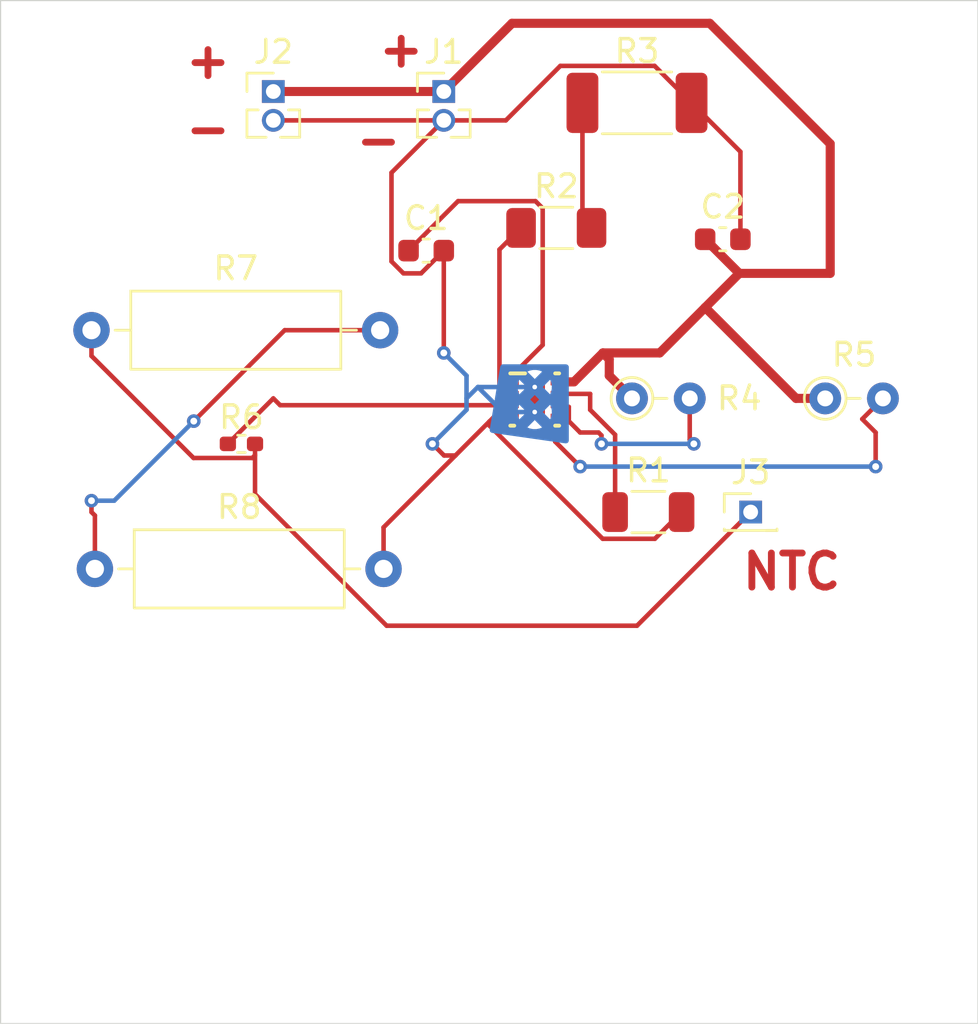
<source format=kicad_pcb>
(kicad_pcb (version 20241229) (generator "pcbnew") (generator_version "9.0")
  (layers (0 "F.Cu" signal) (2 "B.Cu" signal) (13 "F.Paste" user) (15 "B.Paste" user) (5 "F.SilkS" user "F.Silkscreen") (7 "B.SilkS" user "B.Silkscreen") (1 "F.Mask" user) (3 "B.Mask" user) (25 "Edge.Cuts" user))
  (net 0 "")
  (net 1 "+5V")
  (net 2 "GND")
  (net 3 "+3V6")
  (net 4 "Net-(J3-Pin_1)")
  (net 5 "Net-(U1-VSET)")
  (net 6 "Net-(R2-Pad2)")
  (net 7 "Net-(U1-ISET)")
  (net 8 "Net-(U1-PG_N)")
  (net 9 "Net-(U1-STAT)")
  (net 10 "Net-(U1-TS)")
  (net 11 "Net-(R7-Pad2)")
  (footprint "Capacitor_SMD:C_0603_1608Metric" (layer "F.Cu") (at 137.225 101)
    (property "Reference" "C1" (at 0 -1.43 0) (layer "F.SilkS"))
    (property "Value" "C")
    (fp_line (start -0.14058 -0.51) (end 0.14058 -0.51) (stroke (width 0.12)) (layer "F.SilkS"))
    (fp_line (start -0.14058 0.51) (end 0.14058 0.51) (stroke (width 0.12)) (layer "F.SilkS"))
    (pad "1" smd roundrect (at -0.775 0) (size 0.9 0.95) (layers "F.Cu" "F.Mask" "F.Paste") (net 1 "+5V"))
    (pad "2" smd roundrect (at 0.775 0) (size 0.9 0.95) (layers "F.Cu" "F.Mask" "F.Paste") (net 2 "GND"))
  )
  (footprint "Resistor_SMD:R_1206_3216Metric" (layer "F.Cu") (at 147 112.5)
    (property "Reference" "R1" (at 0 -1.83 0) (layer "F.SilkS"))
    (property "Value" "R" (hide yes))
    (fp_line (start -0.727064 -0.91) (end 0.727064 -0.91) (stroke (width 0.12)) (layer "F.SilkS"))
    (fp_line (start -0.727064 0.91) (end 0.727064 0.91) (stroke (width 0.12)) (layer "F.SilkS"))
    (pad "1" smd roundrect (at -1.4625 0) (size 1.125 1.75) (layers "F.Cu" "F.Mask" "F.Paste") (roundrect_rratio 0.222222) (net 5 "Net-(U1-VSET)"))
    (pad "2" smd roundrect (at 1.4625 0) (size 1.125 1.75) (layers "F.Cu" "F.Mask" "F.Paste") (roundrect_rratio 0.222222) (net 2 "GND"))
  )
  (footprint "bq25170:DSG0008A" (layer "F.Cu") (at 142 107.549996)
    (property "Reference" "U1" (hide yes))
    (property "Value" "BQ25170DSGR" (hide yes))
    (fp_line (start -1.074999 -1.149998) (end -0.425 -1.149998) (stroke (width 0.17)) (layer "F.SilkS"))
    (fp_line (start -1.074999 1.150003) (end -0.900001 1.150003) (stroke (width 0.17)) (layer "F.SilkS"))
    (fp_line (start 0.900001 -1.149998) (end 1.074999 -1.149998) (stroke (width 0.17)) (layer "F.SilkS"))
    (fp_line (start 0.900001 1.150003) (end 1.074999 1.150003) (stroke (width 0.17)) (layer "F.SilkS"))
    (pad "1" smd rect (at -0.950001 -0.749998 90) (size 0.249999 0.499999) (layers "F.Cu" "F.Mask" "F.Paste") (net 1 "+5V"))
    (pad "2" smd rect (at -0.950001 -0.25 90) (size 0.249999 0.499999) (layers "F.Cu" "F.Mask" "F.Paste") (net 7 "Net-(U1-ISET)"))
    (pad "3" smd rect (at -0.950001 0.250002 90) (size 0.249999 0.499999) (layers "F.Cu" "F.Mask" "F.Paste") (net 10 "Net-(U1-TS)"))
    (pad "4" smd rect (at -0.950001 0.750001 90) (size 0.249999 0.499999) (layers "F.Cu" "F.Mask" "F.Paste") (net 2 "GND"))
    (pad "5" smd rect (at 0.950001 0.750001 90) (size 0.249999 0.499999) (layers "F.Cu" "F.Mask" "F.Paste") (net 9 "Net-(U1-STAT)"))
    (pad "6" smd rect (at 0.950001 0.250002 90) (size 0.249999 0.499999) (layers "F.Cu" "F.Mask" "F.Paste") (net 8 "Net-(U1-PG_N)"))
    (pad "7" smd rect (at 0.950001 -0.25 90) (size 0.249999 0.499999) (layers "F.Cu" "F.Mask" "F.Paste") (net 5 "Net-(U1-VSET)"))
    (pad "8" smd rect (at 0.950001 -0.749998 90) (size 0.249999 0.499999) (layers "F.Cu" "F.Mask" "F.Paste") (net 3 "+3V6"))
    (pad "9" smd rect (at 0 0) (size 0.900001 1.599999) (layers "F.Cu" "F.Mask" "F.Paste") (net 2 "GND"))
    (pad "10" thru_hole circle (at 0 -0.549996) (size 0.499999 0.499999) (drill 0.2032) (layers "*.Cu" "*.Mask") (net 2 "GND"))
    (pad "11" thru_hole circle (at 0 0.550001) (size 0.499999 0.499999) (drill 0.2032) (layers "*.Cu" "*.Mask") (net 2 "GND"))
  )
  (footprint "Resistor_THT:R_Axial_DIN0204_L3.6mm_D1.6mm_P2.54mm_Vertical" (layer "F.Cu") (at 154.78 107.5)
    (property "Reference" "R5" (at 1.27 -1.92 0) (layer "F.SilkS"))
    (property "Value" "R")
    (fp_line (start 0.92 0) (end 1.54 0) (stroke (width 0.12)) (layer "F.SilkS"))
    (fp_circle (center 0 0) (end 0.92 0) (stroke (width 0.12)) (fill no) (layer "F.SilkS"))
    (pad "1" thru_hole circle (at 0 0) (size 1.4 1.4) (drill 0.7) (layers "*.Cu" "*.Mask") (net 3 "+3V6"))
    (pad "2" thru_hole circle (at 2.54 0) (size 1.4 1.4) (drill 0.7) (layers "*.Cu" "*.Mask") (net 9 "Net-(U1-STAT)"))
  )
  (footprint "Connector_PinHeader_1.27mm:PinHeader_1x01_P1.27mm_Vertical" (layer "F.Cu") (at 151.5 112.5)
    (property "Reference" "J3" (at 0 -1.745 0) (layer "F.SilkS"))
    (property "Value" "Conn_01x01_Pin" (hide yes))
    (fp_line (start -1.16 -0.81) (end 0 -0.81) (stroke (width 0.12)) (layer "F.SilkS"))
    (fp_line (start -1.16 0) (end -1.16 -0.81) (stroke (width 0.12)) (layer "F.SilkS"))
    (fp_line (start -1.16 0.81) (end -1.16 0.745) (stroke (width 0.12)) (layer "F.SilkS"))
    (fp_line (start -1.16 0.81) (end -0.666708 0.81) (stroke (width 0.12)) (layer "F.SilkS"))
    (fp_line (start -1.16 0.81) (end 1.16 0.81) (stroke (width 0.12)) (layer "F.SilkS"))
    (fp_line (start 0.666708 0.81) (end 1.16 0.81) (stroke (width 0.12)) (layer "F.SilkS"))
    (fp_line (start 1.16 0.81) (end 1.16 0.745) (stroke (width 0.12)) (layer "F.SilkS"))
    (pad "1" thru_hole rect (at 0 0) (size 1 1) (drill 0.65) (layers "*.Cu" "*.Mask") (net 4 "Net-(J3-Pin_1)"))
  )
  (footprint "Resistor_THT:R_Axial_DIN0309_L9.0mm_D3.2mm_P12.70mm_Horizontal" (layer "F.Cu") (at 122.5 104.5)
    (property "Reference" "R7" (at 6.35 -2.72 0) (layer "F.SilkS"))
    (property "Value" "68kohm")
    (fp_line (start 1.04 0) (end 1.73 0) (stroke (width 0.12)) (layer "F.SilkS"))
    (fp_line (start 11.66 0) (end 10.97 0) (stroke (width 0.12)) (layer "F.SilkS"))
    (fp_rect (start 1.73 -1.72) (end 10.97 1.72) (stroke (width 0.12)) (fill no) (layer "F.SilkS"))
    (pad "1" thru_hole circle (at 0 0) (size 1.6 1.6) (drill 0.8) (layers "*.Cu" "*.Mask") (net 4 "Net-(J3-Pin_1)"))
    (pad "2" thru_hole circle (at 12.7 0) (size 1.6 1.6) (drill 0.8) (layers "*.Cu" "*.Mask") (net 11 "Net-(R7-Pad2)"))
  )
  (footprint "Capacitor_SMD:C_0603_1608Metric" (layer "F.Cu") (at 150.275 100.5)
    (property "Reference" "C2" (at 0 -1.43 0) (layer "F.SilkS"))
    (property "Value" "C" (hide yes))
    (fp_line (start -0.14058 -0.51) (end 0.14058 -0.51) (stroke (width 0.12)) (layer "F.SilkS"))
    (fp_line (start -0.14058 0.51) (end 0.14058 0.51) (stroke (width 0.12)) (layer "F.SilkS"))
    (pad "1" smd roundrect (at -0.775 0) (size 0.9 0.95) (layers "F.Cu" "F.Mask" "F.Paste") (net 3 "+3V6"))
    (pad "2" smd roundrect (at 0.775 0) (size 0.9 0.95) (layers "F.Cu" "F.Mask" "F.Paste") (net 2 "GND"))
  )
  (footprint "Resistor_SMD:R_1206_3216Metric_Pad1.30x1.75mm_HandSolder" (layer "F.Cu") (at 142.95 100)
    (property "Reference" "R2" (at 0 -1.83 0) (layer "F.SilkS"))
    (property "Value" "R" (hide yes))
    (fp_line (start -0.727064 -0.91) (end 0.727064 -0.91) (stroke (width 0.12)) (layer "F.SilkS"))
    (fp_line (start -0.727064 0.91) (end 0.727064 0.91) (stroke (width 0.12)) (layer "F.SilkS"))
    (pad "1" smd roundrect (at -1.55 0) (size 1.3 1.75) (layers "F.Cu" "F.Mask" "F.Paste") (roundrect_rratio 0.192308) (net 7 "Net-(U1-ISET)"))
    (pad "2" smd roundrect (at 1.55 0) (size 1.3 1.75) (layers "F.Cu" "F.Mask" "F.Paste") (roundrect_rratio 0.192308) (net 6 "Net-(R2-Pad2)"))
  )
  (footprint "Connector_PinHeader_1.27mm:PinHeader_1x02_P1.27mm_Vertical" (layer "F.Cu") (at 130.5 94)
    (property "Reference" "J2" (at 0 -1.745 0) (layer "F.SilkS"))
    (property "Value" "battery")
    (fp_line (start -1.16 -0.81) (end 0 -0.81) (stroke (width 0.12)) (layer "F.SilkS"))
    (fp_line (start -1.16 0) (end -1.16 -0.81) (stroke (width 0.12)) (layer "F.SilkS"))
    (fp_line (start -1.16 0.81) (end -1.16 2.015) (stroke (width 0.12)) (layer "F.SilkS"))
    (fp_line (start -1.16 0.81) (end -0.666708 0.81) (stroke (width 0.12)) (layer "F.SilkS"))
    (fp_line (start -1.16 2.015) (end -0.317923 2.015) (stroke (width 0.12)) (layer "F.SilkS"))
    (fp_line (start 0.317923 2.015) (end 1.16 2.015) (stroke (width 0.12)) (layer "F.SilkS"))
    (fp_line (start 0.666708 0.81) (end 1.16 0.81) (stroke (width 0.12)) (layer "F.SilkS"))
    (fp_line (start 1.16 0.81) (end 1.16 2.015) (stroke (width 0.12)) (layer "F.SilkS"))
    (pad "1" thru_hole rect (at 0 0) (size 1 1) (drill 0.65) (layers "*.Cu" "*.Mask") (net 3 "+3V6"))
    (pad "2" thru_hole circle (at 0 1.27) (size 1 1) (drill 0.65) (layers "*.Cu" "*.Mask") (net 2 "GND"))
  )
  (footprint "Resistor_SMD:R_0402_1005Metric_Pad0.72x0.64mm_HandSolder" (layer "F.Cu") (at 129.0975 109.5)
    (property "Reference" "R6" (at 0 -1.17 0) (layer "F.SilkS"))
    (property "Value" "2.3kohm")
    (fp_line (start -0.167621 -0.38) (end 0.167621 -0.38) (stroke (width 0.12)) (layer "F.SilkS"))
    (fp_line (start -0.167621 0.38) (end 0.167621 0.38) (stroke (width 0.12)) (layer "F.SilkS"))
    (pad "1" smd roundrect (at -0.5975 0) (size 0.715 0.64) (layers "F.Cu" "F.Mask" "F.Paste") (net 10 "Net-(U1-TS)"))
    (pad "2" smd roundrect (at 0.5975 0) (size 0.715 0.64) (layers "F.Cu" "F.Mask" "F.Paste") (net 4 "Net-(J3-Pin_1)"))
  )
  (footprint "Resistor_SMD:R_2010_5025Metric_Pad1.40x2.65mm_HandSolder" (layer "F.Cu") (at 146.5 94.5)
    (property "Reference" "R3" (at 0 -2.28 0) (layer "F.SilkS"))
    (property "Value" "R" (hide yes))
    (fp_line (start -1.527064 -1.36) (end 1.527064 -1.36) (stroke (width 0.12)) (layer "F.SilkS"))
    (fp_line (start -1.527064 1.36) (end 1.527064 1.36) (stroke (width 0.12)) (layer "F.SilkS"))
    (pad "1" smd roundrect (at -2.4 0) (size 1.4 2.65) (layers "F.Cu" "F.Mask" "F.Paste") (roundrect_rratio 0.178571) (net 6 "Net-(R2-Pad2)"))
    (pad "2" smd roundrect (at 2.4 0) (size 1.4 2.65) (layers "F.Cu" "F.Mask" "F.Paste") (roundrect_rratio 0.178571) (net 2 "GND"))
  )
  (footprint "Resistor_THT:R_Axial_DIN0204_L3.6mm_D1.6mm_P2.54mm_Vertical" (layer "F.Cu") (at 146.28 107.5)
    (property "Reference" "R4" (at 4.72 0 0) (layer "F.SilkS"))
    (property "Value" "R")
    (fp_line (start 0.92 0) (end 1.54 0) (stroke (width 0.12)) (layer "F.SilkS"))
    (fp_circle (center 0 0) (end 0.92 0) (stroke (width 0.12)) (fill no) (layer "F.SilkS"))
    (pad "1" thru_hole circle (at 0 0) (size 1.4 1.4) (drill 0.7) (layers "*.Cu" "*.Mask") (net 3 "+3V6"))
    (pad "2" thru_hole circle (at 2.54 0) (size 1.4 1.4) (drill 0.7) (layers "*.Cu" "*.Mask") (net 8 "Net-(U1-PG_N)"))
  )
  (footprint "Connector_PinHeader_1.27mm:PinHeader_1x02_P1.27mm_Vertical" (layer "F.Cu") (at 138 94)
    (property "Reference" "J1" (at 0 -1.745 0) (layer "F.SilkS"))
    (property "Value" "load")
    (fp_line (start -1.16 -0.81) (end 0 -0.81) (stroke (width 0.12)) (layer "F.SilkS"))
    (fp_line (start -1.16 0) (end -1.16 -0.81) (stroke (width 0.12)) (layer "F.SilkS"))
    (fp_line (start -1.16 0.81) (end -1.16 2.015) (stroke (width 0.12)) (layer "F.SilkS"))
    (fp_line (start -1.16 0.81) (end -0.666708 0.81) (stroke (width 0.12)) (layer "F.SilkS"))
    (fp_line (start -1.16 2.015) (end -0.317923 2.015) (stroke (width 0.12)) (layer "F.SilkS"))
    (fp_line (start 0.317923 2.015) (end 1.16 2.015) (stroke (width 0.12)) (layer "F.SilkS"))
    (fp_line (start 0.666708 0.81) (end 1.16 0.81) (stroke (width 0.12)) (layer "F.SilkS"))
    (fp_line (start 1.16 0.81) (end 1.16 2.015) (stroke (width 0.12)) (layer "F.SilkS"))
    (pad "1" thru_hole rect (at 0 0) (size 1 1) (drill 0.65) (layers "*.Cu" "*.Mask") (net 3 "+3V6"))
    (pad "2" thru_hole circle (at 0 1.27) (size 1 1) (drill 0.65) (layers "*.Cu" "*.Mask") (net 2 "GND"))
  )
  (footprint "Resistor_THT:R_Axial_DIN0309_L9.0mm_D3.2mm_P12.70mm_Horizontal" (layer "F.Cu") (at 122.65 115)
    (property "Reference" "R8" (at 6.35 -2.72 0) (layer "F.SilkS"))
    (property "Value" "2.2kohm")
    (fp_line (start 1.04 0) (end 1.73 0) (stroke (width 0.12)) (layer "F.SilkS"))
    (fp_line (start 11.66 0) (end 10.97 0) (stroke (width 0.12)) (layer "F.SilkS"))
    (fp_rect (start 1.73 -1.72) (end 10.97 1.72) (stroke (width 0.12)) (fill no) (layer "F.SilkS"))
    (pad "1" thru_hole circle (at 0 0) (size 1.6 1.6) (drill 0.8) (layers "*.Cu" "*.Mask") (net 11 "Net-(R7-Pad2)"))
    (pad "2" thru_hole circle (at 12.7 0) (size 1.6 1.6) (drill 0.8) (layers "*.Cu" "*.Mask") (net 2 "GND"))
  )
  (gr_rect (start 118.5 90) (end 161.5 135) (stroke (width 0.05)) (fill no) (layer "Edge.Cuts"))
  (gr_text "-" (at 134 97 0) (layer "F.Cu") (effects (font (size 1.5 1.5) (thickness 0.3) (bold yes)) (justify left bottom)))
  (gr_text "-" (at 126.5 96.5 0) (layer "F.Cu") (effects (font (size 1.5 1.5) (thickness 0.3) (bold yes)) (justify left bottom)))
  (gr_text "NTC" (at 151 116 0) (layer "F.Cu") (effects (font (size 1.5 1.5) (thickness 0.3) (bold yes)) (justify left bottom)))
  (gr_text "+" (at 126.5 93.5 0) (layer "F.Cu") (effects (font (size 1.5 1.5) (thickness 0.3) (bold yes)) (justify left bottom)))
  (gr_text "+" (at 135 93 0) (layer "F.Cu") (effects (font (size 1.5 1.5) (thickness 0.3) (bold yes)) (justify left bottom)))
  (segment (start 138.626 98.824) (end 142.03516 98.824) (width 0.2) (layer "F.Cu") (net 1))
  (segment (start 141.049999 106.450001) (end 141.049999 106.799998) (width 0.2) (layer "F.Cu") (net 1))
  (segment (start 142.351 99.13984) (end 142.351 105.149) (width 0.2) (layer "F.Cu") (net 1))
  (segment (start 142.03516 98.824) (end 142.351 99.13984) (width 0.2) (layer "F.Cu") (net 1))
  (segment (start 136.45 101) (end 138.626 98.824) (width 0.2) (layer "F.Cu") (net 1))
  (segment (start 142.351 105.149) (end 141.049999 106.450001) (width 0.2) (layer "F.Cu") (net 1))
  (segment (start 135.35 115) (end 135.35 113.173) (width 0.2) (layer "F.Cu") (net 2))
  (segment (start 138.5115 110.0115) (end 140.0115 108.5115) (width 0.2) (layer "F.Cu") (net 2))
  (segment (start 147.274 92.874) (end 148.9 94.5) (width 0.2) (layer "F.Cu") (net 2))
  (segment (start 135.699 97.571) (end 135.699 101.47411) (width 0.2) (layer "F.Cu") (net 2))
  (segment (start 144.98984 113.676) (end 140.0115 108.69766) (width 0.2) (layer "F.Cu") (net 2))
  (segment (start 147.2865 113.676) (end 144.98984 113.676) (width 0.2) (layer "F.Cu") (net 2))
  (segment (start 143.126 92.874) (end 147.274 92.874) (width 0.2) (layer "F.Cu") (net 2))
  (segment (start 140.223003 108.299997) (end 140.0115 108.5115) (width 0.2) (layer "F.Cu") (net 2))
  (segment (start 138 101) (end 138 105.5) (width 0.2) (layer "F.Cu") (net 2))
  (segment (start 135.699 101.47411) (end 136.22489 102) (width 0.2) (layer "F.Cu") (net 2))
  (segment (start 141.049999 108.299997) (end 140.223003 108.299997) (width 0.2) (layer "F.Cu") (net 2))
  (segment (start 138 95.27) (end 135.699 97.571) (width 0.2) (layer "F.Cu") (net 2))
  (segment (start 136.22489 102) (end 137 102) (width 0.2) (layer "F.Cu") (net 2))
  (segment (start 130.5 95.27) (end 138 95.27) (width 0.2) (layer "F.Cu") (net 2))
  (segment (start 138.0115 110.0115) (end 138.5115 110.0115) (width 0.2) (layer "F.Cu") (net 2))
  (segment (start 135.35 113.173) (end 138.5115 110.0115) (width 0.2) (layer "F.Cu") (net 2))
  (segment (start 137 102) (end 138 101) (width 0.2) (layer "F.Cu") (net 2))
  (segment (start 138 95.27) (end 140.73 95.27) (width 0.2) (layer "F.Cu") (net 2))
  (segment (start 140.0115 108.69766) (end 140.0115 108.5115) (width 0.2) (layer "F.Cu") (net 2))
  (segment (start 137.5 109.5) (end 138.0115 110.0115) (width 0.2) (layer "F.Cu") (net 2))
  (segment (start 148.4625 112.5) (end 147.2865 113.676) (width 0.2) (layer "F.Cu") (net 2))
  (segment (start 140.73 95.27) (end 143.126 92.874) (width 0.2) (layer "F.Cu") (net 2))
  (segment (start 151.05 100.5) (end 151.05 96.65) (width 0.2) (layer "F.Cu") (net 2))
  (segment (start 151.05 96.65) (end 148.9 94.5) (width 0.2) (layer "F.Cu") (net 2))
  (via (at 137.5 109.5) (size 0.6) (drill 0.3) (layers "F.Cu" "B.Cu") (net 2))
  (via (at 138 105.5) (size 0.6) (drill 0.3) (layers "F.Cu" "B.Cu") (net 2))
  (segment (start 142 108.099997) (end 140.599997 108.099997) (width 0.2) (layer "B.Cu") (net 2))
  (segment (start 142 107) (end 139.5 107) (width 0.2) (layer "B.Cu") (net 2))
  (segment (start 139 106.5) (end 139 107.5) (width 0.2) (layer "B.Cu") (net 2))
  (segment (start 140.599997 108.099997) (end 139.5 107) (width 0.2) (layer "B.Cu") (net 2))
  (segment (start 139 107.5) (end 139 108) (width 0.2) (layer "B.Cu") (net 2))
  (segment (start 139 108) (end 137.5 109.5) (width 0.2) (layer "B.Cu") (net 2))
  (segment (start 139.5 107) (end 139 107.5) (width 0.2) (layer "B.Cu") (net 2))
  (segment (start 138 105.5) (end 139 106.5) (width 0.2) (layer "B.Cu") (net 2))
  (segment (start 155 96.299134) (end 149.700866 91) (width 0.4) (layer "F.Cu") (net 3))
  (segment (start 155 102) (end 155 96.299134) (width 0.4) (layer "F.Cu") (net 3))
  (segment (start 151 102) (end 155 102) (width 0.4) (layer "F.Cu") (net 3))
  (segment (start 149.5 103.5) (end 151 102) (width 0.4) (layer "F.Cu") (net 3))
  (segment (start 145.28 105.78) (end 145 105.5) (width 0.4) (layer "F.Cu") (net 3))
  (segment (start 145.28 106.5) (end 145.28 105.78) (width 0.4) (layer "F.Cu") (net 3))
  (segment (start 143.726003 106.773997) (end 142.950001 106.773997) (width 0.4) (layer "F.Cu") (net 3))
  (segment (start 149.700866 91) (end 141 91) (width 0.4) (layer "F.Cu") (net 3))
  (segment (start 154.78 107.5) (end 153.5 107.5) (width 0.4) (layer "F.Cu") (net 3))
  (segment (start 145 105.5) (end 143.726003 106.773997) (width 0.4) (layer "F.Cu") (net 3))
  (segment (start 130.5 94) (end 138 94) (width 0.4) (layer "F.Cu") (net 3))
  (segment (start 149.5 100.5) (end 151 102) (width 0.4) (layer "F.Cu") (net 3))
  (segment (start 145.28 106.5) (end 146.28 107.5) (width 0.4) (layer "F.Cu") (net 3))
  (segment (start 153.5 107.5) (end 149.5 103.5) (width 0.4) (layer "F.Cu") (net 3))
  (segment (start 141 91) (end 138 94) (width 0.4) (layer "F.Cu") (net 3))
  (segment (start 147.5 105.5) (end 149.5 103.5) (width 0.4) (layer "F.Cu") (net 3))
  (segment (start 145 105.5) (end 147.5 105.5) (width 0.4) (layer "F.Cu") (net 3))
  (segment (start 129.695 110) (end 129.695 109.5) (width 0.2) (layer "F.Cu") (net 4))
  (segment (start 151.5 112.5) (end 146.5 117.5) (width 0.2) (layer "F.Cu") (net 4))
  (segment (start 129.574 110.121) (end 126.98963 110.121) (width 0.2) (layer "F.Cu") (net 4))
  (segment (start 122.5 105.63137) (end 122.5 104.5) (width 0.2) (layer "F.Cu") (net 4))
  (segment (start 146.5 117.5) (end 135.486114 117.5) (width 0.2) (layer "F.Cu") (net 4))
  (segment (start 135.486114 117.5) (end 129.695 111.708886) (width 0.2) (layer "F.Cu") (net 4))
  (segment (start 129.695 110) (end 129.574 110.121) (width 0.2) (layer "F.Cu") (net 4))
  (segment (start 126.98963 110.121) (end 122.5 105.63137) (width 0.2) (layer "F.Cu") (net 4))
  (segment (start 129.695 111.708886) (end 129.695 110) (width 0.2) (layer "F.Cu") (net 4))
  (segment (start 145.5375 112.5) (end 145.5375 109.099) (width 0.2) (layer "F.Cu") (net 5))
  (segment (start 144.4385 108) (end 144.4385 107.300998) (width 0.2) (layer "F.Cu") (net 5))
  (segment (start 145.5375 109.099) (end 144.4385 108) (width 0.2) (layer "F.Cu") (net 5))
  (segment (start 144.4385 107.300998) (end 142.950001 107.300998) (width 0.2) (layer "F.Cu") (net 5))
  (segment (start 144.1 99.6) (end 144.5 100) (width 0.2) (layer "F.Cu") (net 6))
  (segment (start 144.1 94.5) (end 144.1 99.6) (width 0.2) (layer "F.Cu") (net 6))
  (segment (start 140.572999 107.299996) (end 141.049999 107.299996) (width 0.2) (layer "F.Cu") (net 7))
  (segment (start 141.4 100) (end 140.449001 100.950999) (width 0.2) (layer "F.Cu") (net 7))
  (segment (start 140.449001 100.950999) (end 140.449001 107.175998) (width 0.2) (layer "F.Cu") (net 7))
  (segment (start 140.449001 107.175998) (end 140.572999 107.299996) (width 0.2) (layer "F.Cu") (net 7))
  (segment (start 144.9375 109.5) (end 144.9375 109.1276) (width 0.2) (layer "F.Cu") (net 8))
  (segment (start 149 109.5) (end 148.82 109.32) (width 0.2) (layer "F.Cu") (net 8))
  (segment (start 143.501 107.873998) (end 142.950001 107.873998) (width 0.2) (layer "F.Cu") (net 8))
  (segment (start 142.950001 107.873998) (end 142.950001 107.799998) (width 0.2) (layer "F.Cu") (net 8))
  (segment (start 144.8099 109) (end 144 109) (width 0.2) (layer "F.Cu") (net 8))
  (segment (start 144 109) (end 143.501 108.501) (width 0.2) (layer "F.Cu") (net 8))
  (segment (start 143.501 108.501) (end 143.501 107.873998) (width 0.2) (layer "F.Cu") (net 8))
  (segment (start 148.82 109.32) (end 148.82 107.5) (width 0.2) (layer "F.Cu") (net 8))
  (segment (start 144.9375 109.1276) (end 144.8099 109) (width 0.2) (layer "F.Cu") (net 8))
  (via (at 149 109.5) (size 0.6) (drill 0.3) (layers "F.Cu" "B.Cu") (net 8))
  (via (at 144.9375 109.5) (size 0.6) (drill 0.3) (layers "F.Cu" "B.Cu") (net 8))
  (segment (start 144.9375 109.5) (end 149 109.5) (width 0.2) (layer "B.Cu") (net 8))
  (segment (start 157.32 107.5) (end 156.41 108.41) (width 0.2) (layer "F.Cu") (net 9))
  (segment (start 142.950001 109.350003) (end 142.950001 108.299997) (width 0.2) (layer "F.Cu") (net 9))
  (segment (start 157 109) (end 156.41 108.41) (width 0.2) (layer "F.Cu") (net 9))
  (segment (start 142.900002 109.400002) (end 142.950001 109.350003) (width 0.2) (layer "F.Cu") (net 9))
  (segment (start 142.900002 109.400002) (end 144 110.5) (width 0.2) (layer "F.Cu") (net 9))
  (segment (start 157 110.5) (end 157 109) (width 0.2) (layer "F.Cu") (net 9))
  (via (at 144 110.5) (size 0.6) (drill 0.3) (layers "F.Cu" "B.Cu") (net 9))
  (via (at 157 110.5) (size 0.6) (drill 0.3) (layers "F.Cu" "B.Cu") (net 9))
  (segment (start 144 110.5) (end 157 110.5) (width 0.2) (layer "B.Cu") (net 9))
  (segment (start 130.799998 107.799998) (end 130.5 107.5) (width 0.2) (layer "F.Cu") (net 10))
  (segment (start 141.049999 107.799998) (end 130.799998 107.799998) (width 0.2) (layer "F.Cu") (net 10))
  (segment (start 128.5 109.5) (end 130.5 107.5) (width 0.2) (layer "F.Cu") (net 10))
  (segment (start 131 104.5) (end 127 108.5) (width 0.2) (layer "F.Cu") (net 11))
  (segment (start 122.5 112) (end 122.5 112.5) (width 0.2) (layer "F.Cu") (net 11))
  (segment (start 122.65 112.65) (end 122.65 115) (width 0.2) (layer "F.Cu") (net 11))
  (segment (start 122.5 112.5) (end 122.65 112.65) (width 0.2) (layer "F.Cu") (net 11))
  (segment (start 135.2 104.5) (end 131 104.5) (width 0.2) (layer "F.Cu") (net 11))
  (via (at 127 108.5) (size 0.6) (drill 0.3) (layers "F.Cu" "B.Cu") (net 11))
  (via (at 122.5 112) (size 0.6) (drill 0.3) (layers "F.Cu" "B.Cu") (net 11))
  (segment (start 127 108.5) (end 123.5 112) (width 0.2) (layer "B.Cu") (net 11))
  (segment (start 123.5 112) (end 122.5 112) (width 0.2) (layer "B.Cu") (net 11))
  (zone (net 2) (net_name "GND") (layer "B.Cu") (connect_pads (clearance 0.5)) (min_thickness 0.25) (fill yes (thermal_gap 0.5) (thermal_bridge_width 0.5))
    (polygon (pts (xy 143.5 106) (xy 143.5 109.5) (xy 140 109) (xy 140.5 106)))
  )
)
</source>
